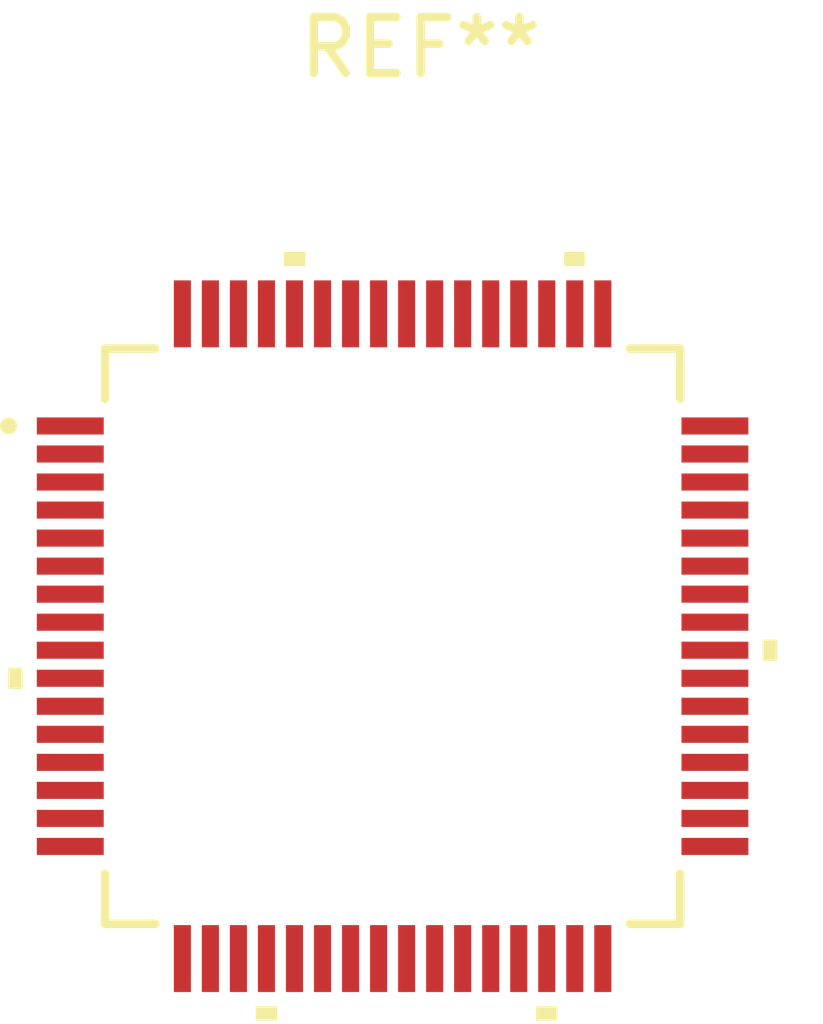
<source format=kicad_pcb>
(kicad_pcb (version 20241229) (generator "pcbnew") (generator_version "9.0")
  (layers (0 "F.Cu" signal) (2 "B.Cu" signal) (13 "F.Paste" user) (15 "B.Paste" user) (5 "F.SilkS" user "F.Silkscreen") (7 "B.SilkS" user "B.Silkscreen") (1 "F.Mask" user) (3 "B.Mask" user) (25 "Edge.Cuts" user))
  (net 0 "")
  (footprint "UPS:LQFP64-10x10mm" (layer "F.Cu") (at 143.5 87)
    (property "Reference" "REF**" (at 0.5 -10.5 0) (layer "F.SilkS"))
    (property "Value" "LQFP64-10x10mm")
    (fp_line (start -5.1308 -5.1308) (end -5.1308 -4.234392) (stroke (width 0.1524)) (layer "F.SilkS"))
    (fp_line (start -5.1308 4.234392) (end -5.1308 5.1308) (stroke (width 0.1524)) (layer "F.SilkS"))
    (fp_line (start -5.1308 5.1308) (end -4.234392 5.1308) (stroke (width 0.1524)) (layer "F.SilkS"))
    (fp_line (start -4.234392 -5.1308) (end -5.1308 -5.1308) (stroke (width 0.1524)) (layer "F.SilkS"))
    (fp_line (start 4.234392 5.1308) (end 5.1308 5.1308) (stroke (width 0.1524)) (layer "F.SilkS"))
    (fp_line (start 5.1308 -5.1308) (end 4.234392 -5.1308) (stroke (width 0.1524)) (layer "F.SilkS"))
    (fp_line (start 5.1308 -4.234392) (end 5.1308 -5.1308) (stroke (width 0.1524)) (layer "F.SilkS"))
    (fp_line (start 5.1308 5.1308) (end 5.1308 4.234392) (stroke (width 0.1524)) (layer "F.SilkS"))
    (fp_circle (center -6.8509 -3.75) (end -6.7747 -3.75) (stroke (width 0.1524)) (fill no) (layer "F.SilkS"))
    (fp_poly (pts (xy -6.854899 0.559501) (xy -6.854899 0.940501) (xy -6.600899 0.940501) (xy -6.600899 0.559501)) (fill yes) (layer "F.SilkS"))
    (fp_poly (pts (xy -2.440501 6.600899) (xy -2.440501 6.854899) (xy -2.059501 6.854899) (xy -2.059501 6.600899)) (fill yes) (layer "F.SilkS"))
    (fp_poly (pts (xy -1.940499 -6.600899) (xy -1.940499 -6.854899) (xy -1.559499 -6.854899) (xy -1.559499 -6.600899)) (fill yes) (layer "F.SilkS"))
    (fp_poly (pts (xy 2.5595 6.600899) (xy 2.5595 6.854899) (xy 2.9405 6.854899) (xy 2.9405 6.600899)) (fill yes) (layer "F.SilkS"))
    (fp_poly (pts (xy 3.059501 -6.600899) (xy 3.059501 -6.854899) (xy 3.440501 -6.854899) (xy 3.440501 -6.600899)) (fill yes) (layer "F.SilkS"))
    (fp_poly (pts (xy 6.854899 0.059499) (xy 6.854899 0.4405) (xy 6.600899 0.4405) (xy 6.600899 0.059499)) (fill yes) (layer "F.SilkS"))
    (pad "1" smd rect (at -5.749999 -3.75) (size 1.1938 0.3048) (layers "F.Cu" "F.Mask" "F.Paste"))
    (pad "2" smd rect (at -5.749999 -3.250001) (size 1.1938 0.3048) (layers "F.Cu" "F.Mask" "F.Paste"))
    (pad "3" smd rect (at -5.749999 -2.75) (size 1.1938 0.3048) (layers "F.Cu" "F.Mask" "F.Paste"))
    (pad "4" smd rect (at -5.749999 -2.250001) (size 1.1938 0.3048) (layers "F.Cu" "F.Mask" "F.Paste"))
    (pad "5" smd rect (at -5.749999 -1.749999) (size 1.1938 0.3048) (layers "F.Cu" "F.Mask" "F.Paste"))
    (pad "6" smd rect (at -5.749999 -1.25) (size 1.1938 0.3048) (layers "F.Cu" "F.Mask" "F.Paste"))
    (pad "7" smd rect (at -5.749999 -0.750001) (size 1.1938 0.3048) (layers "F.Cu" "F.Mask" "F.Paste"))
    (pad "8" smd rect (at -5.749999 -0.25) (size 1.1938 0.3048) (layers "F.Cu" "F.Mask" "F.Paste"))
    (pad "9" smd rect (at -5.749999 0.25) (size 1.1938 0.3048) (layers "F.Cu" "F.Mask" "F.Paste"))
    (pad "10" smd rect (at -5.749999 0.750001) (size 1.1938 0.3048) (layers "F.Cu" "F.Mask" "F.Paste"))
    (pad "11" smd rect (at -5.749999 1.25) (size 1.1938 0.3048) (layers "F.Cu" "F.Mask" "F.Paste"))
    (pad "12" smd rect (at -5.749999 1.749999) (size 1.1938 0.3048) (layers "F.Cu" "F.Mask" "F.Paste"))
    (pad "13" smd rect (at -5.749999 2.250001) (size 1.1938 0.3048) (layers "F.Cu" "F.Mask" "F.Paste"))
    (pad "14" smd rect (at -5.749999 2.75) (size 1.1938 0.3048) (layers "F.Cu" "F.Mask" "F.Paste"))
    (pad "15" smd rect (at -5.749999 3.250001) (size 1.1938 0.3048) (layers "F.Cu" "F.Mask" "F.Paste"))
    (pad "16" smd rect (at -5.749999 3.75) (size 1.1938 0.3048) (layers "F.Cu" "F.Mask" "F.Paste"))
    (pad "17" smd rect (at -3.75 5.749999 90) (size 1.1938 0.3048) (layers "F.Cu" "F.Mask" "F.Paste"))
    (pad "18" smd rect (at -3.250001 5.749999 90) (size 1.1938 0.3048) (layers "F.Cu" "F.Mask" "F.Paste"))
    (pad "19" smd rect (at -2.75 5.749999 90) (size 1.1938 0.3048) (layers "F.Cu" "F.Mask" "F.Paste"))
    (pad "20" smd rect (at -2.250001 5.749999 90) (size 1.1938 0.3048) (layers "F.Cu" "F.Mask" "F.Paste"))
    (pad "21" smd rect (at -1.749999 5.749999 90) (size 1.1938 0.3048) (layers "F.Cu" "F.Mask" "F.Paste"))
    (pad "22" smd rect (at -1.25 5.749999 90) (size 1.1938 0.3048) (layers "F.Cu" "F.Mask" "F.Paste"))
    (pad "23" smd rect (at -0.750001 5.749999 90) (size 1.1938 0.3048) (layers "F.Cu" "F.Mask" "F.Paste"))
    (pad "24" smd rect (at -0.25 5.749999 90) (size 1.1938 0.3048) (layers "F.Cu" "F.Mask" "F.Paste"))
    (pad "25" smd rect (at 0.25 5.749999 90) (size 1.1938 0.3048) (layers "F.Cu" "F.Mask" "F.Paste"))
    (pad "26" smd rect (at 0.750001 5.749999 90) (size 1.1938 0.3048) (layers "F.Cu" "F.Mask" "F.Paste"))
    (pad "27" smd rect (at 1.25 5.749999 90) (size 1.1938 0.3048) (layers "F.Cu" "F.Mask" "F.Paste"))
    (pad "28" smd rect (at 1.749999 5.749999 90) (size 1.1938 0.3048) (layers "F.Cu" "F.Mask" "F.Paste"))
    (pad "29" smd rect (at 2.250001 5.749999 90) (size 1.1938 0.3048) (layers "F.Cu" "F.Mask" "F.Paste"))
    (pad "30" smd rect (at 2.75 5.749999 90) (size 1.1938 0.3048) (layers "F.Cu" "F.Mask" "F.Paste"))
    (pad "31" smd rect (at 3.250001 5.749999 90) (size 1.1938 0.3048) (layers "F.Cu" "F.Mask" "F.Paste"))
    (pad "32" smd rect (at 3.75 5.749999 90) (size 1.1938 0.3048) (layers "F.Cu" "F.Mask" "F.Paste"))
    (pad "33" smd rect (at 5.749999 3.75) (size 1.1938 0.3048) (layers "F.Cu" "F.Mask" "F.Paste"))
    (pad "34" smd rect (at 5.749999 3.250001) (size 1.1938 0.3048) (layers "F.Cu" "F.Mask" "F.Paste"))
    (pad "35" smd rect (at 5.749999 2.75) (size 1.1938 0.3048) (layers "F.Cu" "F.Mask" "F.Paste"))
    (pad "36" smd rect (at 5.749999 2.250001) (size 1.1938 0.3048) (layers "F.Cu" "F.Mask" "F.Paste"))
    (pad "37" smd rect (at 5.749999 1.749999) (size 1.1938 0.3048) (layers "F.Cu" "F.Mask" "F.Paste"))
    (pad "38" smd rect (at 5.749999 1.25) (size 1.1938 0.3048) (layers "F.Cu" "F.Mask" "F.Paste"))
    (pad "39" smd rect (at 5.749999 0.750001) (size 1.1938 0.3048) (layers "F.Cu" "F.Mask" "F.Paste"))
    (pad "40" smd rect (at 5.749999 0.25) (size 1.1938 0.3048) (layers "F.Cu" "F.Mask" "F.Paste"))
    (pad "41" smd rect (at 5.749999 -0.25) (size 1.1938 0.3048) (layers "F.Cu" "F.Mask" "F.Paste"))
    (pad "42" smd rect (at 5.749999 -0.750001) (size 1.1938 0.3048) (layers "F.Cu" "F.Mask" "F.Paste"))
    (pad "43" smd rect (at 5.749999 -1.25) (size 1.1938 0.3048) (layers "F.Cu" "F.Mask" "F.Paste"))
    (pad "44" smd rect (at 5.749999 -1.749999) (size 1.1938 0.3048) (layers "F.Cu" "F.Mask" "F.Paste"))
    (pad "45" smd rect (at 5.749999 -2.250001) (size 1.1938 0.3048) (layers "F.Cu" "F.Mask" "F.Paste"))
    (pad "46" smd rect (at 5.749999 -2.75) (size 1.1938 0.3048) (layers "F.Cu" "F.Mask" "F.Paste"))
    (pad "47" smd rect (at 5.749999 -3.250001) (size 1.1938 0.3048) (layers "F.Cu" "F.Mask" "F.Paste"))
    (pad "48" smd rect (at 5.749999 -3.75) (size 1.1938 0.3048) (layers "F.Cu" "F.Mask" "F.Paste"))
    (pad "49" smd rect (at 3.75 -5.749999 90) (size 1.1938 0.3048) (layers "F.Cu" "F.Mask" "F.Paste"))
    (pad "50" smd rect (at 3.250001 -5.749999 90) (size 1.1938 0.3048) (layers "F.Cu" "F.Mask" "F.Paste"))
    (pad "51" smd rect (at 2.75 -5.749999 90) (size 1.1938 0.3048) (layers "F.Cu" "F.Mask" "F.Paste"))
    (pad "52" smd rect (at 2.250001 -5.749999 90) (size 1.1938 0.3048) (layers "F.Cu" "F.Mask" "F.Paste"))
    (pad "53" smd rect (at 1.749999 -5.749999 90) (size 1.1938 0.3048) (layers "F.Cu" "F.Mask" "F.Paste"))
    (pad "54" smd rect (at 1.25 -5.749999 90) (size 1.1938 0.3048) (layers "F.Cu" "F.Mask" "F.Paste"))
    (pad "55" smd rect (at 0.750001 -5.749999 90) (size 1.1938 0.3048) (layers "F.Cu" "F.Mask" "F.Paste"))
    (pad "56" smd rect (at 0.25 -5.749999 90) (size 1.1938 0.3048) (layers "F.Cu" "F.Mask" "F.Paste"))
    (pad "57" smd rect (at -0.25 -5.749999 90) (size 1.1938 0.3048) (layers "F.Cu" "F.Mask" "F.Paste"))
    (pad "58" smd rect (at -0.750001 -5.749999 90) (size 1.1938 0.3048) (layers "F.Cu" "F.Mask" "F.Paste"))
    (pad "59" smd rect (at -1.25 -5.749999 90) (size 1.1938 0.3048) (layers "F.Cu" "F.Mask" "F.Paste"))
    (pad "60" smd rect (at -1.749999 -5.749999 90) (size 1.1938 0.3048) (layers "F.Cu" "F.Mask" "F.Paste"))
    (pad "61" smd rect (at -2.250001 -5.749999 90) (size 1.1938 0.3048) (layers "F.Cu" "F.Mask" "F.Paste"))
    (pad "62" smd rect (at -2.75 -5.749999 90) (size 1.1938 0.3048) (layers "F.Cu" "F.Mask" "F.Paste"))
    (pad "63" smd rect (at -3.250001 -5.749999 90) (size 1.1938 0.3048) (layers "F.Cu" "F.Mask" "F.Paste"))
    (pad "64" smd rect (at -3.75 -5.749999 90) (size 1.1938 0.3048) (layers "F.Cu" "F.Mask" "F.Paste"))
  )
)
</source>
